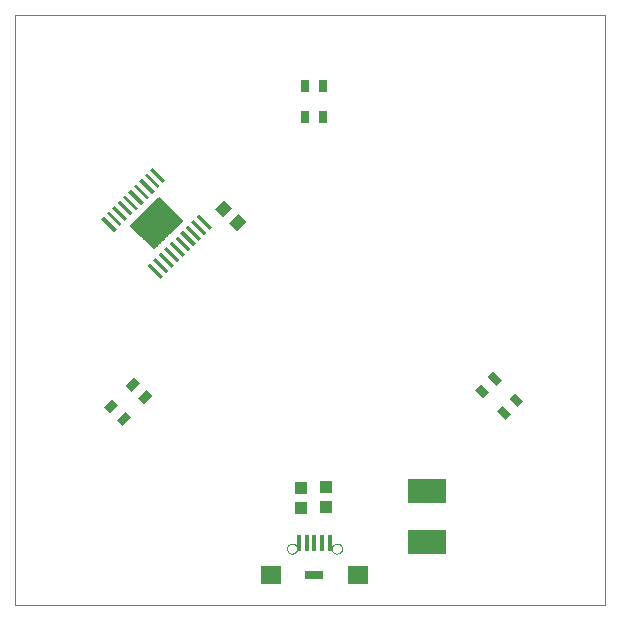
<source format=gbp>
G75*
%MOIN*%
%OFA0B0*%
%FSLAX24Y24*%
%IPPOS*%
%LPD*%
%AMOC8*
5,1,8,0,0,1.08239X$1,22.5*
%
%ADD10C,0.0000*%
%ADD11R,0.0118X0.0610*%
%ADD12C,0.0050*%
%ADD13R,0.0276X0.0394*%
%ADD14R,0.0394X0.0433*%
%ADD15R,0.0157X0.0551*%
%ADD16R,0.0709X0.0591*%
%ADD17R,0.0591X0.0276*%
%ADD18R,0.0433X0.0394*%
%ADD19R,0.1299X0.0799*%
D10*
X000100Y001115D02*
X000100Y020800D01*
X019785Y020800D01*
X019785Y001115D01*
X000100Y001115D01*
X009175Y003001D02*
X009177Y003026D01*
X009183Y003051D01*
X009192Y003075D01*
X009205Y003097D01*
X009222Y003117D01*
X009241Y003134D01*
X009262Y003148D01*
X009286Y003158D01*
X009310Y003165D01*
X009336Y003168D01*
X009361Y003167D01*
X009386Y003162D01*
X009410Y003153D01*
X009433Y003141D01*
X009453Y003126D01*
X009471Y003107D01*
X009486Y003086D01*
X009497Y003063D01*
X009505Y003039D01*
X009509Y003014D01*
X009509Y002988D01*
X009505Y002963D01*
X009497Y002939D01*
X009486Y002916D01*
X009471Y002895D01*
X009453Y002876D01*
X009433Y002861D01*
X009410Y002849D01*
X009386Y002840D01*
X009361Y002835D01*
X009336Y002834D01*
X009310Y002837D01*
X009286Y002844D01*
X009262Y002854D01*
X009241Y002868D01*
X009222Y002885D01*
X009205Y002905D01*
X009192Y002927D01*
X009183Y002951D01*
X009177Y002976D01*
X009175Y003001D01*
X010671Y003001D02*
X010673Y003026D01*
X010679Y003051D01*
X010688Y003075D01*
X010701Y003097D01*
X010718Y003117D01*
X010737Y003134D01*
X010758Y003148D01*
X010782Y003158D01*
X010806Y003165D01*
X010832Y003168D01*
X010857Y003167D01*
X010882Y003162D01*
X010906Y003153D01*
X010929Y003141D01*
X010949Y003126D01*
X010967Y003107D01*
X010982Y003086D01*
X010993Y003063D01*
X011001Y003039D01*
X011005Y003014D01*
X011005Y002988D01*
X011001Y002963D01*
X010993Y002939D01*
X010982Y002916D01*
X010967Y002895D01*
X010949Y002876D01*
X010929Y002861D01*
X010906Y002849D01*
X010882Y002840D01*
X010857Y002835D01*
X010832Y002834D01*
X010806Y002837D01*
X010782Y002844D01*
X010758Y002854D01*
X010737Y002868D01*
X010718Y002885D01*
X010701Y002905D01*
X010688Y002927D01*
X010679Y002951D01*
X010673Y002976D01*
X010671Y003001D01*
D11*
G36*
X004538Y012434D02*
X004622Y012518D01*
X005052Y012088D01*
X004968Y012004D01*
X004538Y012434D01*
G37*
G36*
X004719Y012615D02*
X004803Y012699D01*
X005233Y012269D01*
X005149Y012185D01*
X004719Y012615D01*
G37*
G36*
X004900Y012796D02*
X004984Y012880D01*
X005414Y012450D01*
X005330Y012366D01*
X004900Y012796D01*
G37*
G36*
X005081Y012977D02*
X005165Y013061D01*
X005595Y012631D01*
X005511Y012547D01*
X005081Y012977D01*
G37*
G36*
X005262Y013158D02*
X005346Y013242D01*
X005776Y012812D01*
X005692Y012728D01*
X005262Y013158D01*
G37*
G36*
X005443Y013339D02*
X005527Y013423D01*
X005957Y012993D01*
X005873Y012909D01*
X005443Y013339D01*
G37*
G36*
X005624Y013520D02*
X005708Y013604D01*
X006138Y013174D01*
X006054Y013090D01*
X005624Y013520D01*
G37*
G36*
X005805Y013701D02*
X005889Y013785D01*
X006319Y013355D01*
X006235Y013271D01*
X005805Y013701D01*
G37*
G36*
X005986Y013881D02*
X006070Y013965D01*
X006500Y013535D01*
X006416Y013451D01*
X005986Y013881D01*
G37*
G36*
X006167Y014062D02*
X006251Y014146D01*
X006681Y013716D01*
X006597Y013632D01*
X006167Y014062D01*
G37*
G36*
X005122Y015275D02*
X005038Y015191D01*
X004608Y015621D01*
X004692Y015705D01*
X005122Y015275D01*
G37*
G36*
X004941Y015094D02*
X004857Y015010D01*
X004427Y015440D01*
X004511Y015524D01*
X004941Y015094D01*
G37*
G36*
X004760Y014914D02*
X004676Y014830D01*
X004246Y015260D01*
X004330Y015344D01*
X004760Y014914D01*
G37*
G36*
X004579Y014733D02*
X004495Y014649D01*
X004065Y015079D01*
X004149Y015163D01*
X004579Y014733D01*
G37*
G36*
X004398Y014552D02*
X004314Y014468D01*
X003884Y014898D01*
X003968Y014982D01*
X004398Y014552D01*
G37*
G36*
X004217Y014371D02*
X004133Y014287D01*
X003703Y014717D01*
X003787Y014801D01*
X004217Y014371D01*
G37*
G36*
X004036Y014190D02*
X003952Y014106D01*
X003522Y014536D01*
X003606Y014620D01*
X004036Y014190D01*
G37*
G36*
X003855Y014009D02*
X003771Y013925D01*
X003341Y014355D01*
X003425Y014439D01*
X003855Y014009D01*
G37*
G36*
X003674Y013828D02*
X003590Y013744D01*
X003160Y014174D01*
X003244Y014258D01*
X003674Y013828D01*
G37*
G36*
X003493Y013647D02*
X003409Y013563D01*
X002979Y013993D01*
X003063Y014077D01*
X003493Y013647D01*
G37*
D12*
X003984Y013771D02*
X004746Y013008D01*
X005676Y013938D01*
X004914Y014701D01*
X003984Y013771D01*
X003986Y013773D02*
X005511Y013773D01*
X005463Y013725D02*
X004030Y013725D01*
X004079Y013676D02*
X005414Y013676D01*
X005366Y013628D02*
X004127Y013628D01*
X004176Y013579D02*
X005317Y013579D01*
X005269Y013531D02*
X004224Y013531D01*
X004273Y013482D02*
X005220Y013482D01*
X005172Y013434D02*
X004321Y013434D01*
X004370Y013385D02*
X005123Y013385D01*
X005075Y013337D02*
X004418Y013337D01*
X004467Y013288D02*
X005026Y013288D01*
X004978Y013240D02*
X004515Y013240D01*
X004564Y013191D02*
X004929Y013191D01*
X004881Y013143D02*
X004612Y013143D01*
X004661Y013094D02*
X004832Y013094D01*
X004784Y013046D02*
X004709Y013046D01*
X004034Y013822D02*
X005560Y013822D01*
X005608Y013870D02*
X004083Y013870D01*
X004131Y013919D02*
X005657Y013919D01*
X005647Y013967D02*
X004180Y013967D01*
X004228Y014016D02*
X005599Y014016D01*
X005550Y014064D02*
X004277Y014064D01*
X004325Y014113D02*
X005502Y014113D01*
X005453Y014161D02*
X004374Y014161D01*
X004422Y014210D02*
X005405Y014210D01*
X005356Y014258D02*
X004471Y014258D01*
X004519Y014307D02*
X005308Y014307D01*
X005259Y014355D02*
X004568Y014355D01*
X004616Y014404D02*
X005211Y014404D01*
X005162Y014452D02*
X004665Y014452D01*
X004713Y014501D02*
X005114Y014501D01*
X005065Y014549D02*
X004762Y014549D01*
X004810Y014598D02*
X005017Y014598D01*
X004968Y014646D02*
X004859Y014646D01*
X004907Y014695D02*
X004920Y014695D01*
D13*
X009785Y017403D03*
X010375Y017403D03*
X010375Y018426D03*
X009785Y018426D03*
G36*
X015861Y008716D02*
X016056Y008911D01*
X016333Y008634D01*
X016138Y008439D01*
X015861Y008716D01*
G37*
G36*
X015443Y008299D02*
X015638Y008494D01*
X015915Y008217D01*
X015720Y008022D01*
X015443Y008299D01*
G37*
G36*
X016167Y007575D02*
X016362Y007770D01*
X016639Y007493D01*
X016444Y007298D01*
X016167Y007575D01*
G37*
G36*
X016585Y007993D02*
X016780Y008188D01*
X017057Y007911D01*
X016862Y007716D01*
X016585Y007993D01*
G37*
G36*
X004410Y007822D02*
X004215Y008017D01*
X004492Y008294D01*
X004687Y008099D01*
X004410Y007822D01*
G37*
G36*
X003992Y008239D02*
X003797Y008434D01*
X004074Y008711D01*
X004269Y008516D01*
X003992Y008239D01*
G37*
G36*
X003268Y007516D02*
X003073Y007711D01*
X003350Y007988D01*
X003545Y007793D01*
X003268Y007516D01*
G37*
G36*
X003686Y007098D02*
X003491Y007293D01*
X003768Y007570D01*
X003963Y007375D01*
X003686Y007098D01*
G37*
D14*
G36*
X007524Y013576D02*
X007245Y013855D01*
X007550Y014160D01*
X007829Y013881D01*
X007524Y013576D01*
G37*
G36*
X007050Y014049D02*
X006771Y014328D01*
X007076Y014633D01*
X007355Y014354D01*
X007050Y014049D01*
G37*
D15*
X009578Y003198D03*
X009834Y003198D03*
X010090Y003198D03*
X010346Y003198D03*
X010602Y003198D03*
D16*
X011540Y002135D03*
X008640Y002135D03*
D17*
X010090Y002135D03*
D18*
X009640Y004370D03*
X009640Y005039D03*
X010470Y005059D03*
X010470Y004390D03*
D19*
X013830Y004915D03*
X013830Y003214D03*
M02*

</source>
